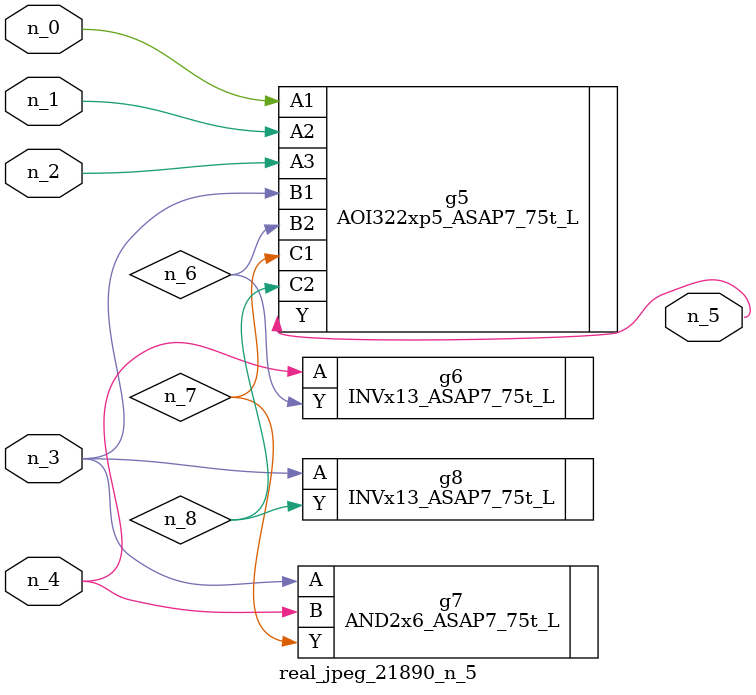
<source format=v>
module real_jpeg_21890_n_5 (n_4, n_0, n_1, n_2, n_3, n_5);

input n_4;
input n_0;
input n_1;
input n_2;
input n_3;

output n_5;

wire n_8;
wire n_6;
wire n_7;

AOI322xp5_ASAP7_75t_L g5 ( 
.A1(n_0),
.A2(n_1),
.A3(n_2),
.B1(n_3),
.B2(n_6),
.C1(n_7),
.C2(n_8),
.Y(n_5)
);

AND2x6_ASAP7_75t_L g7 ( 
.A(n_3),
.B(n_4),
.Y(n_7)
);

INVx13_ASAP7_75t_L g8 ( 
.A(n_3),
.Y(n_8)
);

INVx13_ASAP7_75t_L g6 ( 
.A(n_4),
.Y(n_6)
);


endmodule
</source>
